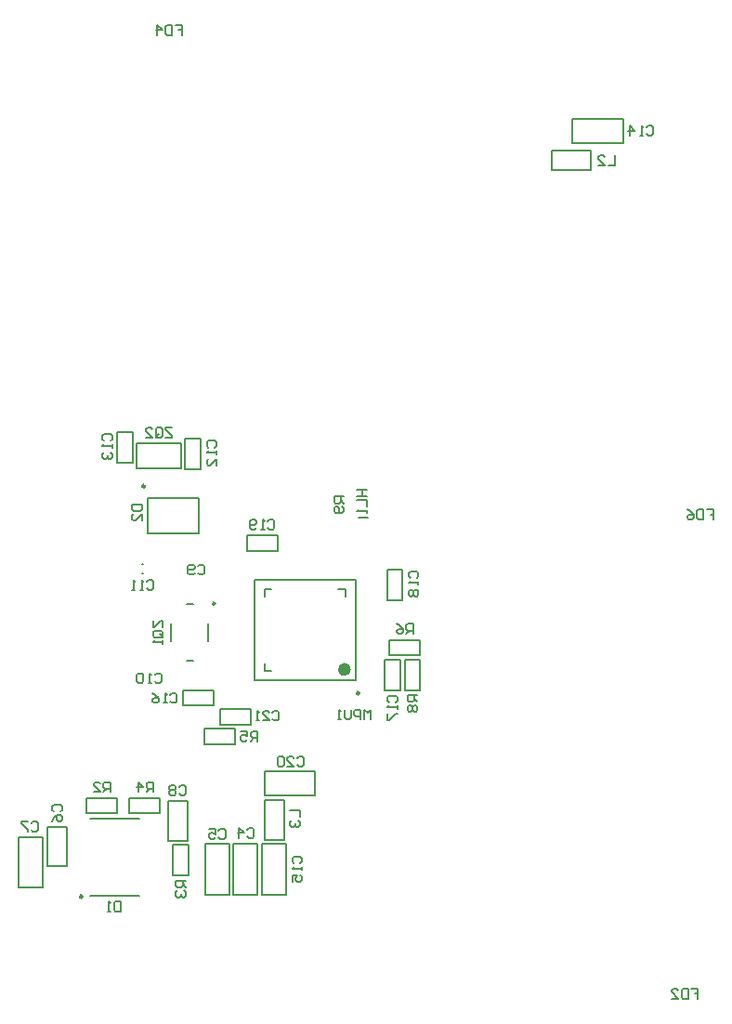
<source format=gbo>
G04*
G04 #@! TF.GenerationSoftware,Altium Limited,Altium Designer,20.2.7 (254)*
G04*
G04 Layer_Color=32896*
%FSLAX25Y25*%
%MOIN*%
G70*
G04*
G04 #@! TF.SameCoordinates,3C655C0F-1CA1-4DFD-99B7-6FB2F92942BB*
G04*
G04*
G04 #@! TF.FilePolarity,Positive*
G04*
G01*
G75*
%ADD11C,0.00787*%
%ADD54C,0.00984*%
%ADD84C,0.02362*%
%ADD101C,0.01000*%
D11*
X111024Y94095D02*
Y102756D01*
X129134Y94095D02*
Y102756D01*
X111024Y94095D02*
X129134D01*
X111024Y102756D02*
X129134D01*
X111024Y78347D02*
Y92520D01*
X118110Y78347D02*
Y92520D01*
X111024D02*
X118110D01*
X111024Y78347D02*
X118110D01*
X110236Y76772D02*
X118898D01*
X110236Y58661D02*
X118898D01*
X110236D02*
Y76772D01*
X118898Y58661D02*
Y76772D01*
X100000D02*
X108661D01*
X100000Y58661D02*
X108661D01*
X100000D02*
Y76772D01*
X108661Y58661D02*
Y76772D01*
X89764D02*
X98425D01*
X89764Y58661D02*
X98425D01*
X89764D02*
Y76772D01*
X98425Y58661D02*
Y76772D01*
X78347Y65354D02*
X83858D01*
X78347Y76378D02*
X83858D01*
Y65354D02*
Y76378D01*
X78347Y65354D02*
Y76378D01*
X76378Y77953D02*
X83465D01*
X76378Y92126D02*
X83465D01*
Y77953D02*
Y92126D01*
X76378Y77953D02*
Y92126D01*
X62598Y87795D02*
X73622D01*
X62598Y93307D02*
X73622D01*
X62598Y87795D02*
Y93307D01*
X73622Y87795D02*
Y93307D01*
X47244Y87795D02*
X58268D01*
X47244Y93307D02*
X58268D01*
X47244Y87795D02*
Y93307D01*
X58268Y87795D02*
Y93307D01*
X48622Y85827D02*
X66339D01*
X48622Y58268D02*
X66339D01*
X33174Y68795D02*
Y82968D01*
X40260Y68795D02*
Y82968D01*
X33174D02*
X40260D01*
X33174Y68795D02*
X40260D01*
X22835Y79134D02*
X31496D01*
X22835Y61024D02*
X31496D01*
X22835D02*
Y79134D01*
X31496Y61024D02*
Y79134D01*
X154331Y131890D02*
Y142913D01*
X159843Y131890D02*
Y142913D01*
X154331D02*
X159843D01*
X154331Y131890D02*
X159843D01*
X161417D02*
Y142913D01*
X166929Y131890D02*
Y142913D01*
X161417D02*
X166929D01*
X161417Y131890D02*
X166929D01*
X155905Y150000D02*
X166929D01*
X155905Y144488D02*
X166929D01*
Y150000D01*
X155905Y144488D02*
Y150000D01*
X160630Y164173D02*
Y175197D01*
X155118Y164173D02*
Y175197D01*
Y164173D02*
X160630D01*
X155118Y175197D02*
X160630D01*
X144882Y193701D02*
X148031D01*
X104724Y181890D02*
X115748D01*
X104724Y187402D02*
X115748D01*
X104724Y181890D02*
Y187402D01*
X115748Y181890D02*
Y187402D01*
X107480Y135433D02*
X143701D01*
X107480Y171653D02*
X143701D01*
Y135433D02*
Y171653D01*
X107480Y135433D02*
Y171653D01*
X111024Y138976D02*
Y141634D01*
Y138976D02*
X113681D01*
X111024Y165453D02*
Y168110D01*
X113681D01*
X137500D02*
X140157D01*
Y165453D02*
Y168110D01*
X95276Y125197D02*
X106299D01*
X95276Y119685D02*
X106299D01*
Y125197D01*
X95276Y119685D02*
Y125197D01*
X89370Y112598D02*
X100394D01*
X89370Y118110D02*
X100394D01*
X89370Y112598D02*
Y118110D01*
X100394Y112598D02*
Y118110D01*
X81890Y126378D02*
X92913D01*
X81890Y131890D02*
X92913D01*
X81890Y126378D02*
Y131890D01*
X92913Y126378D02*
Y131890D01*
X90945Y149606D02*
Y155905D01*
X77559Y149606D02*
Y155905D01*
X83071Y162992D02*
X85433D01*
X83071Y142520D02*
X85433D01*
X67126Y173917D02*
X67520D01*
X67126Y177264D02*
X67520D01*
X69193Y200768D02*
X87402D01*
X69193Y188169D02*
Y200768D01*
Y188169D02*
X87402D01*
Y200768D01*
X58268Y213386D02*
Y224410D01*
X63779Y213386D02*
Y224410D01*
X58268D02*
X63779D01*
X58268Y213386D02*
X63779D01*
X81299Y211615D02*
Y220670D01*
X65157Y211615D02*
X81299D01*
X65157D02*
Y220670D01*
X81299D01*
X88189Y211024D02*
Y222047D01*
X82677Y211024D02*
Y222047D01*
Y211024D02*
X88189D01*
X82677Y222047D02*
X88189D01*
X221654Y328346D02*
Y337008D01*
X239764Y328346D02*
Y337008D01*
X221654Y328346D02*
X239764D01*
X221654Y337008D02*
X239764D01*
X214173Y318504D02*
X228346D01*
X214173Y325591D02*
X228346D01*
X214173Y318504D02*
Y325591D01*
X228346Y318504D02*
Y325591D01*
X122834Y107480D02*
X123424Y108070D01*
X124605D01*
X125195Y107480D01*
Y105119D01*
X124605Y104528D01*
X123424D01*
X122834Y105119D01*
X119292Y104528D02*
X121653D01*
X119292Y106890D01*
Y107480D01*
X119882Y108070D01*
X121063D01*
X121653Y107480D01*
X118111D02*
X117521Y108070D01*
X116340D01*
X115750Y107480D01*
Y105119D01*
X116340Y104528D01*
X117521D01*
X118111Y105119D01*
Y107480D01*
X120276Y88779D02*
X123818D01*
Y86417D01*
X120867Y85236D02*
X120276Y84646D01*
Y83465D01*
X120867Y82875D01*
X121457D01*
X122047Y83465D01*
Y84056D01*
Y83465D01*
X122638Y82875D01*
X123228D01*
X123818Y83465D01*
Y84646D01*
X123228Y85236D01*
X121654Y69783D02*
X121064Y70373D01*
Y71554D01*
X121654Y72144D01*
X124015D01*
X124606Y71554D01*
Y70373D01*
X124015Y69783D01*
X124606Y68602D02*
Y67421D01*
Y68012D01*
X121064D01*
X121654Y68602D01*
X121064Y63289D02*
Y65650D01*
X122835D01*
X122244Y64470D01*
Y63879D01*
X122835Y63289D01*
X124015D01*
X124606Y63879D01*
Y65060D01*
X124015Y65650D01*
X104921Y81889D02*
X105511Y82480D01*
X106692D01*
X107282Y81889D01*
Y79528D01*
X106692Y78938D01*
X105511D01*
X104921Y79528D01*
X101969Y78938D02*
Y82480D01*
X103740Y80709D01*
X101379D01*
X94685Y81496D02*
X95275Y82086D01*
X96456D01*
X97046Y81496D01*
Y79134D01*
X96456Y78544D01*
X95275D01*
X94685Y79134D01*
X91143Y82086D02*
X93504D01*
Y80315D01*
X92323Y80905D01*
X91733D01*
X91143Y80315D01*
Y79134D01*
X91733Y78544D01*
X92914D01*
X93504Y79134D01*
X82873Y63582D02*
X79331D01*
Y61811D01*
X79922Y61220D01*
X81102D01*
X81693Y61811D01*
Y63582D01*
Y62401D02*
X82873Y61220D01*
X79922Y60040D02*
X79331Y59449D01*
Y58268D01*
X79922Y57678D01*
X80512D01*
X81102Y58268D01*
Y58859D01*
Y58268D01*
X81693Y57678D01*
X82283D01*
X82873Y58268D01*
Y59449D01*
X82283Y60040D01*
X80512Y97244D02*
X81102Y97834D01*
X82283D01*
X82873Y97244D01*
Y94882D01*
X82283Y94292D01*
X81102D01*
X80512Y94882D01*
X79331Y97244D02*
X78741Y97834D01*
X77560D01*
X76969Y97244D01*
Y96653D01*
X77560Y96063D01*
X76969Y95473D01*
Y94882D01*
X77560Y94292D01*
X78741D01*
X79331Y94882D01*
Y95473D01*
X78741Y96063D01*
X79331Y96653D01*
Y97244D01*
X78741Y96063D02*
X77560D01*
X71062Y95473D02*
Y99015D01*
X69291D01*
X68701Y98425D01*
Y97244D01*
X69291Y96654D01*
X71062D01*
X69881D02*
X68701Y95473D01*
X65749D02*
Y99015D01*
X67520Y97244D01*
X65158D01*
X55708Y95473D02*
Y99015D01*
X53937D01*
X53346Y98425D01*
Y97244D01*
X53937Y96654D01*
X55708D01*
X54527D02*
X53346Y95473D01*
X49804D02*
X52166D01*
X49804Y97834D01*
Y98425D01*
X50394Y99015D01*
X51575D01*
X52166Y98425D01*
X59448Y56102D02*
Y52560D01*
X57677D01*
X57087Y53150D01*
Y55511D01*
X57677Y56102D01*
X59448D01*
X55906Y52560D02*
X54725D01*
X55316D01*
Y56102D01*
X55906Y55511D01*
X35433Y88386D02*
X34843Y88976D01*
Y90157D01*
X35433Y90747D01*
X37795D01*
X38385Y90157D01*
Y88976D01*
X37795Y88386D01*
X34843Y84843D02*
X35433Y86024D01*
X36614Y87205D01*
X37795D01*
X38385Y86615D01*
Y85434D01*
X37795Y84843D01*
X37205D01*
X36614Y85434D01*
Y87205D01*
X27362Y84252D02*
X27952Y84842D01*
X29133D01*
X29724Y84252D01*
Y81890D01*
X29133Y81300D01*
X27952D01*
X27362Y81890D01*
X26181Y84842D02*
X23820D01*
Y84252D01*
X26181Y81890D01*
Y81300D01*
X155906Y127657D02*
X155315Y128247D01*
Y129428D01*
X155906Y130018D01*
X158267D01*
X158858Y129428D01*
Y128247D01*
X158267Y127657D01*
X158858Y126476D02*
Y125295D01*
Y125886D01*
X155315D01*
X155906Y126476D01*
X155315Y123524D02*
Y121163D01*
X155906D01*
X158267Y123524D01*
X158858D01*
X165944Y130117D02*
X162402D01*
Y128346D01*
X162993Y127756D01*
X164173D01*
X164764Y128346D01*
Y130117D01*
Y128936D02*
X165944Y127756D01*
X162993Y126575D02*
X162402Y125985D01*
Y124804D01*
X162993Y124214D01*
X163583D01*
X164173Y124804D01*
X164764Y124214D01*
X165354D01*
X165944Y124804D01*
Y125985D01*
X165354Y126575D01*
X164764D01*
X164173Y125985D01*
X163583Y126575D01*
X162993D01*
X164173Y125985D02*
Y124804D01*
X164369Y152166D02*
Y155708D01*
X162598D01*
X162008Y155118D01*
Y153937D01*
X162598Y153347D01*
X164369D01*
X163188D02*
X162008Y152166D01*
X158466Y155708D02*
X159646Y155118D01*
X160827Y153937D01*
Y152756D01*
X160237Y152166D01*
X159056D01*
X158466Y152756D01*
Y153347D01*
X159056Y153937D01*
X160827D01*
X163386Y172145D02*
X162796Y172735D01*
Y173916D01*
X163386Y174506D01*
X165748D01*
X166338Y173916D01*
Y172735D01*
X165748Y172145D01*
X166338Y170964D02*
Y169784D01*
Y170374D01*
X162796D01*
X163386Y170964D01*
Y168012D02*
X162796Y167422D01*
Y166241D01*
X163386Y165651D01*
X163977D01*
X164567Y166241D01*
X165157Y165651D01*
X165748D01*
X166338Y166241D01*
Y167422D01*
X165748Y168012D01*
X165157D01*
X164567Y167422D01*
X163977Y168012D01*
X163386D01*
X164567Y167422D02*
Y166241D01*
X144292Y203739D02*
X147834D01*
X146063D01*
Y201377D01*
X144292D01*
X147834D01*
X144292Y200197D02*
X147834D01*
Y197835D01*
Y196654D02*
Y195474D01*
Y196064D01*
X144292D01*
X144882Y196654D01*
X139566Y201377D02*
X136024D01*
Y199606D01*
X136615Y199016D01*
X137795D01*
X138386Y199606D01*
Y201377D01*
Y200196D02*
X139566Y199016D01*
X138976Y197835D02*
X139566Y197245D01*
Y196064D01*
X138976Y195473D01*
X136615D01*
X136024Y196064D01*
Y197245D01*
X136615Y197835D01*
X137205D01*
X137795Y197245D01*
Y195473D01*
X112302Y192519D02*
X112893Y193110D01*
X114074D01*
X114664Y192519D01*
Y190158D01*
X114074Y189567D01*
X112893D01*
X112302Y190158D01*
X111122Y189567D02*
X109941D01*
X110531D01*
Y193110D01*
X111122Y192519D01*
X108170Y190158D02*
X107580Y189567D01*
X106399D01*
X105808Y190158D01*
Y192519D01*
X106399Y193110D01*
X107580D01*
X108170Y192519D01*
Y191929D01*
X107580Y191339D01*
X105808D01*
X149211Y121457D02*
Y124999D01*
X148030Y123819D01*
X146849Y124999D01*
Y121457D01*
X145668D02*
Y124999D01*
X143897D01*
X143307Y124409D01*
Y123228D01*
X143897Y122638D01*
X145668D01*
X142126Y124999D02*
Y122048D01*
X141536Y121457D01*
X140355D01*
X139765Y122048D01*
Y124999D01*
X138584Y121457D02*
X137404D01*
X137994D01*
Y124999D01*
X138584Y124409D01*
X113976Y124015D02*
X114566Y124606D01*
X115747D01*
X116337Y124015D01*
Y121654D01*
X115747Y121064D01*
X114566D01*
X113976Y121654D01*
X110434Y121064D02*
X112795D01*
X110434Y123425D01*
Y124015D01*
X111024Y124606D01*
X112205D01*
X112795Y124015D01*
X109253Y121064D02*
X108072D01*
X108663D01*
Y124606D01*
X109253Y124015D01*
X108464Y113583D02*
Y117125D01*
X106693D01*
X106102Y116535D01*
Y115354D01*
X106693Y114764D01*
X108464D01*
X107283D02*
X106102Y113583D01*
X102560Y117125D02*
X104921D01*
Y115354D01*
X103741Y115945D01*
X103150D01*
X102560Y115354D01*
Y114174D01*
X103150Y113583D01*
X104331D01*
X104921Y114174D01*
X77263Y130315D02*
X77854Y130905D01*
X79034D01*
X79624Y130315D01*
Y127953D01*
X79034Y127363D01*
X77854D01*
X77263Y127953D01*
X76082Y127363D02*
X74902D01*
X75492D01*
Y130905D01*
X76082Y130315D01*
X70769Y130905D02*
X71950Y130315D01*
X73131Y129134D01*
Y127953D01*
X72540Y127363D01*
X71359D01*
X70769Y127953D01*
Y128543D01*
X71359Y129134D01*
X73131D01*
X71751Y137401D02*
X72342Y137992D01*
X73522D01*
X74113Y137401D01*
Y135040D01*
X73522Y134449D01*
X72342D01*
X71751Y135040D01*
X70571Y134449D02*
X69390D01*
X69980D01*
Y137992D01*
X70571Y137401D01*
X67619D02*
X67028Y137992D01*
X65848D01*
X65257Y137401D01*
Y135040D01*
X65848Y134449D01*
X67028D01*
X67619Y135040D01*
Y137401D01*
X71064Y156888D02*
Y154527D01*
X71654D01*
X74015Y156888D01*
X74606D01*
Y154527D01*
X74015Y150985D02*
X71654D01*
X71064Y151575D01*
Y152756D01*
X71654Y153346D01*
X74015D01*
X74606Y152756D01*
Y151575D01*
X73425Y152166D02*
X74606Y150985D01*
Y151575D02*
X74015Y150985D01*
X74606Y149804D02*
Y148623D01*
Y149214D01*
X71064D01*
X71654Y149804D01*
X87204Y176378D02*
X87795Y176968D01*
X88976D01*
X89566Y176378D01*
Y174016D01*
X88976Y173426D01*
X87795D01*
X87204Y174016D01*
X86024D02*
X85434Y173426D01*
X84253D01*
X83662Y174016D01*
Y176378D01*
X84253Y176968D01*
X85434D01*
X86024Y176378D01*
Y175787D01*
X85434Y175197D01*
X83662D01*
X68799Y170866D02*
X69389Y171456D01*
X70570D01*
X71160Y170866D01*
Y168504D01*
X70570Y167914D01*
X69389D01*
X68799Y168504D01*
X67618Y167914D02*
X66437D01*
X67028D01*
Y171456D01*
X67618Y170866D01*
X64666Y167914D02*
X63485D01*
X64076D01*
Y171456D01*
X64666Y170866D01*
X63583Y198621D02*
X67125D01*
Y196850D01*
X66535Y196260D01*
X64174D01*
X63583Y196850D01*
Y198621D01*
X67125Y192718D02*
Y195079D01*
X64764Y192718D01*
X64174D01*
X63583Y193308D01*
Y194489D01*
X64174Y195079D01*
X53544Y221358D02*
X52953Y221948D01*
Y223129D01*
X53544Y223719D01*
X55905D01*
X56495Y223129D01*
Y221948D01*
X55905Y221358D01*
X56495Y220177D02*
Y218996D01*
Y219586D01*
X52953D01*
X53544Y220177D01*
Y217225D02*
X52953Y216635D01*
Y215454D01*
X53544Y214864D01*
X54134D01*
X54724Y215454D01*
Y216044D01*
Y215454D01*
X55315Y214864D01*
X55905D01*
X56495Y215454D01*
Y216635D01*
X55905Y217225D01*
X77951Y226181D02*
X75590D01*
Y225590D01*
X77951Y223229D01*
Y222638D01*
X75590D01*
X72048Y223229D02*
Y225590D01*
X72638Y226181D01*
X73819D01*
X74409Y225590D01*
Y223229D01*
X73819Y222638D01*
X72638D01*
X73228Y223819D02*
X72048Y222638D01*
X72638D02*
X72048Y223229D01*
X68506Y222638D02*
X70867D01*
X68506Y225000D01*
Y225590D01*
X69096Y226181D01*
X70276D01*
X70867Y225590D01*
X90945Y218995D02*
X90355Y219586D01*
Y220766D01*
X90945Y221357D01*
X93307D01*
X93897Y220766D01*
Y219586D01*
X93307Y218995D01*
X93897Y217815D02*
Y216634D01*
Y217224D01*
X90355D01*
X90945Y217815D01*
X93897Y212501D02*
Y214863D01*
X91536Y212501D01*
X90945D01*
X90355Y213092D01*
Y214272D01*
X90945Y214863D01*
X248129Y333858D02*
X248720Y334448D01*
X249900D01*
X250491Y333858D01*
Y331497D01*
X249900Y330906D01*
X248720D01*
X248129Y331497D01*
X246949Y330906D02*
X245768D01*
X246358D01*
Y334448D01*
X246949Y333858D01*
X242226Y330906D02*
Y334448D01*
X243997Y332677D01*
X241635D01*
X236810Y323818D02*
Y320276D01*
X234449D01*
X230907D02*
X233268D01*
X230907Y322638D01*
Y323228D01*
X231497Y323818D01*
X232678D01*
X233268Y323228D01*
X269840Y196711D02*
X272201D01*
Y194939D01*
X271021D01*
X272201D01*
Y193168D01*
X268659Y196711D02*
Y193168D01*
X266888D01*
X266298Y193759D01*
Y196120D01*
X266888Y196711D01*
X268659D01*
X262756D02*
X263936Y196120D01*
X265117Y194939D01*
Y193759D01*
X264527Y193168D01*
X263346D01*
X262756Y193759D01*
Y194349D01*
X263346Y194939D01*
X265117D01*
X79146Y370484D02*
X81508D01*
Y368713D01*
X80327D01*
X81508D01*
Y366942D01*
X77965Y370484D02*
Y366942D01*
X76194D01*
X75604Y367532D01*
Y369894D01*
X76194Y370484D01*
X77965D01*
X72652Y366942D02*
Y370484D01*
X74423Y368713D01*
X72062D01*
X264232Y24873D02*
X266594D01*
Y23102D01*
X265413D01*
X266594D01*
Y21331D01*
X263051Y24873D02*
Y21331D01*
X261280D01*
X260690Y21922D01*
Y24283D01*
X261280Y24873D01*
X263051D01*
X257148Y21331D02*
X259509D01*
X257148Y23693D01*
Y24283D01*
X257738Y24873D01*
X258919D01*
X259509Y24283D01*
D54*
X45768Y57874D02*
G03*
X45768Y57874I-492J0D01*
G01*
X145079Y130905D02*
G03*
X145079Y130905I-492J0D01*
G01*
X68209Y205098D02*
G03*
X68209Y205098I-492J0D01*
G01*
D84*
X140945Y139370D02*
G03*
X140945Y139370I-1181J0D01*
G01*
D101*
X93307Y162992D02*
G03*
X93307Y162992I-394J0D01*
G01*
M02*

</source>
